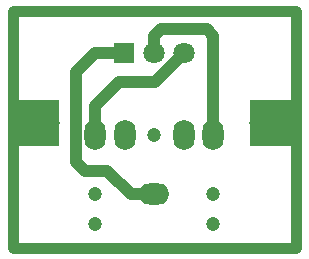
<source format=gbl>
G04*
G04 #@! TF.GenerationSoftware,Altium Limited,Altium Designer,23.2.1 (34)*
G04*
G04 Layer_Physical_Order=2*
G04 Layer_Color=16711680*
%FSLAX25Y25*%
%MOIN*%
G70*
G04*
G04 #@! TF.SameCoordinates,276D0592-8338-4153-8C3D-7B1FABEF18E7*
G04*
G04*
G04 #@! TF.FilePolarity,Positive*
G04*
G01*
G75*
%ADD19C,0.11811*%
%ADD20R,0.07087X0.07087*%
%ADD21C,0.07087*%
%ADD22O,0.07087X0.10236*%
%ADD23O,0.10236X0.07087*%
%ADD24C,0.04724*%
%ADD25C,0.03543*%
%ADD26C,0.03937*%
%ADD27R,0.15748X0.15748*%
D19*
X393701Y248031D02*
D03*
X318898D02*
D03*
D20*
X346299Y271654D02*
D03*
D21*
X356299D02*
D03*
X366299D02*
D03*
D22*
X375984Y244094D02*
D03*
X336614D02*
D03*
X346457D02*
D03*
X366142D02*
D03*
D23*
X356299Y224410D02*
D03*
D24*
Y244094D02*
D03*
X336614Y224410D02*
D03*
Y214567D02*
D03*
X375984Y224410D02*
D03*
Y214567D02*
D03*
D25*
X309055Y285433D02*
X403543D01*
X309055Y206693D02*
Y285433D01*
Y206693D02*
X403543D01*
Y285433D01*
D26*
X336614Y271654D02*
X346299D01*
X330102Y235196D02*
Y265142D01*
X336614Y271654D01*
X330102Y235196D02*
X333015Y232283D01*
X340551D01*
X375984Y244094D02*
Y277221D01*
X356299D02*
X358606Y279528D01*
X373678D01*
X356299Y271654D02*
Y277221D01*
X373678Y279528D02*
X375984Y277221D01*
X348425Y224410D02*
X356299D01*
X340551Y232283D02*
X348425Y224410D01*
X344488Y261811D02*
X356457D01*
X336614Y244094D02*
Y253937D01*
X344488Y261811D01*
X356457D02*
X366299Y271654D01*
D27*
X395669Y248031D02*
D03*
X316929D02*
D03*
M02*

</source>
